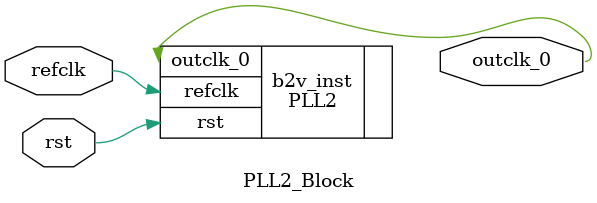
<source format=v>


module PLL2_Block(
	refclk,
	rst,
	outclk_0
);


input wire	refclk;
input wire	rst;
output wire	outclk_0;






PLL2	b2v_inst(
	.refclk(refclk),
	.rst(rst),
	.outclk_0(outclk_0));


endmodule

</source>
